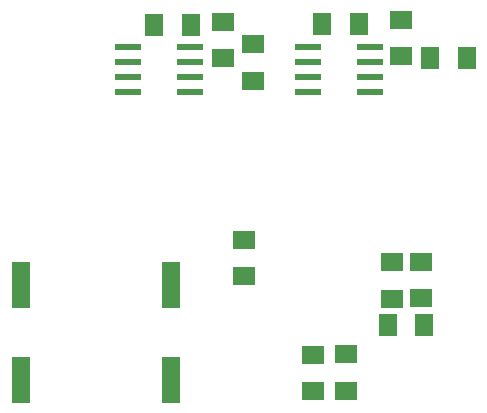
<source format=gtp>
G04 MADE WITH FRITZING*
G04 WWW.FRITZING.ORG*
G04 DOUBLE SIDED*
G04 HOLES PLATED*
G04 CONTOUR ON CENTER OF CONTOUR VECTOR*
%ASAXBY*%
%FSLAX23Y23*%
%MOIN*%
%OFA0B0*%
%SFA1.0B1.0*%
%ADD10R,0.087000X0.024000*%
%ADD11R,0.062992X0.157480*%
%ADD12R,0.074803X0.062992*%
%ADD13R,0.062992X0.074803*%
%ADD14R,0.001000X0.001000*%
%LNPASTEMASK1*%
G90*
G70*
G54D10*
X740Y1200D03*
X740Y1150D03*
X740Y1100D03*
X740Y1050D03*
X946Y1050D03*
X946Y1100D03*
X946Y1150D03*
X946Y1200D03*
X1340Y1200D03*
X1340Y1150D03*
X1340Y1100D03*
X1340Y1050D03*
X1546Y1050D03*
X1546Y1100D03*
X1546Y1150D03*
X1546Y1200D03*
G54D11*
X383Y407D03*
X383Y92D03*
G54D12*
X1127Y436D03*
X1127Y558D03*
G54D11*
X883Y407D03*
X883Y92D03*
G54D12*
X1357Y175D03*
X1357Y53D03*
X1465Y177D03*
X1465Y55D03*
X1621Y362D03*
X1621Y485D03*
X1717Y485D03*
X1717Y363D03*
G54D13*
X1746Y1164D03*
X1868Y1164D03*
G54D12*
X1651Y1170D03*
X1651Y1292D03*
X1156Y1209D03*
X1156Y1087D03*
X1056Y1163D03*
X1056Y1285D03*
G54D13*
X1727Y274D03*
X1605Y274D03*
X1509Y1276D03*
X1387Y1276D03*
X949Y1275D03*
X827Y1275D03*
G54D14*
D02*
G04 End of PasteMask1*
M02*
</source>
